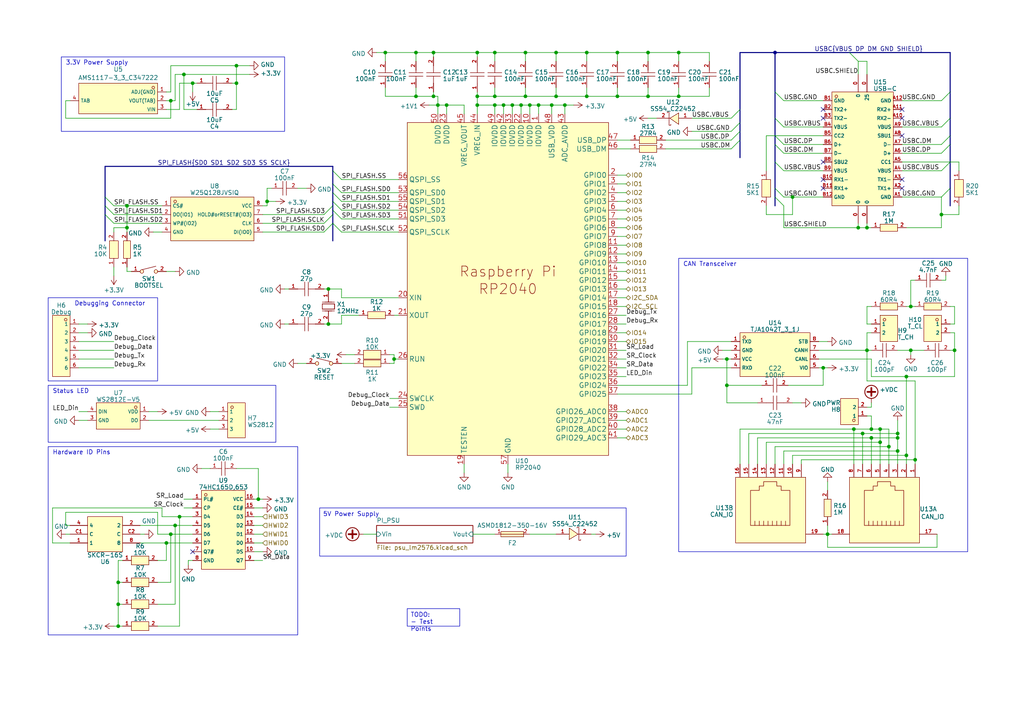
<source format=kicad_sch>
(kicad_sch (version 20230121) (generator eeschema)
  (paper "A4")
  (title_block (title "Pi RP2040 MCU") (date "2024-01-21") (rev "0") (company "DrinkRobotics") (comment 1 "https://git.xythobuz.de/thomas/Dispensy") (comment 2 "Licensed under the CERN-OHL-S-2.0+") (comment 3 "PCB Thickness: 1mm") (comment 4 "Copyright (c) 2023 - 2024 Thomas Buck <thomas@xythobuz.de>"))
  (junction (at 129.54 30.48))
  (junction (at 125.73 15.24))
  (junction (at 152.4 27.94))
  (junction (at 179.07 15.24))
  (junction (at 52.07 149.86))
  (junction (at 170.18 15.24))
  (junction (at 68.58 24.13))
  (junction (at 53.34 21.59))
  (junction (at 276.86 101.6))
  (junction (at 179.07 27.94))
  (junction (at 114.3 104.14))
  (junction (at 77.47 58.42))
  (junction (at 260.35 130.81))
  (junction (at 55.88 24.13))
  (junction (at 255.27 124.46))
  (junction (at 125.73 27.94))
  (junction (at 248.92 66.04))
  (junction (at 146.05 30.48))
  (junction (at 262.89 132.08))
  (junction (at 138.43 30.48))
  (junction (at 250.19 125.73))
  (junction (at 151.13 30.48))
  (junction (at 252.73 127))
  (junction (at 187.96 27.94))
  (junction (at 163.83 30.48))
  (junction (at 251.46 101.6))
  (junction (at 160.02 30.48))
  (junction (at 247.65 124.46))
  (junction (at 252.73 124.46))
  (junction (at 34.29 181.61))
  (junction (at 74.93 144.78))
  (junction (at 251.46 66.04))
  (junction (at 187.96 15.24))
  (junction (at 161.29 15.24))
  (junction (at 143.51 30.48))
  (junction (at 170.18 27.94))
  (junction (at 264.16 88.9))
  (junction (at 143.51 27.94))
  (junction (at 156.21 30.48))
  (junction (at 273.05 62.23))
  (junction (at 68.58 19.05))
  (junction (at 36.83 59.69))
  (junction (at 238.76 106.68))
  (junction (at 48.26 157.48))
  (junction (at 49.53 29.21))
  (junction (at 196.85 15.24))
  (junction (at 265.43 133.35))
  (junction (at 264.16 101.6))
  (junction (at 262.89 109.22))
  (junction (at 196.85 27.94))
  (junction (at 161.29 27.94))
  (junction (at 95.25 83.82))
  (junction (at 95.25 93.98))
  (junction (at 138.43 27.94))
  (junction (at 50.8 152.4))
  (junction (at 111.76 15.24))
  (junction (at 152.4 15.24))
  (junction (at 34.29 168.91))
  (junction (at 36.83 66.04))
  (junction (at 210.82 111.76))
  (junction (at 224.79 15.24))
  (junction (at 260.35 125.73))
  (junction (at 240.03 154.94))
  (junction (at 255.27 128.27))
  (junction (at 49.53 154.94))
  (junction (at 257.81 129.54))
  (junction (at 143.51 15.24))
  (junction (at 153.67 30.48))
  (junction (at 127 30.48))
  (junction (at 210.82 104.14))
  (junction (at 120.65 15.24))
  (junction (at 229.87 57.15))
  (junction (at 138.43 15.24))
  (junction (at 260.35 127))
  (junction (at 148.59 30.48))
  (junction (at 34.29 175.26))
  (junction (at 120.65 27.94))
  (no_connect (at 238.76 46.99))
  (no_connect (at 238.76 54.61))
  (no_connect (at 238.76 31.75))
  (no_connect (at 55.88 160.02))
  (no_connect (at 261.62 52.07))
  (no_connect (at 238.76 34.29))
  (no_connect (at 261.62 31.75))
  (no_connect (at 261.62 34.29))
  (no_connect (at 261.62 54.61))
  (no_connect (at 238.76 52.07))
  (no_connect (at 261.62 39.37))
  (bus_entry (at 275.59 54.61) (size -2.54 2.54))
  (bus_entry (at 30.48 62.23) (size 2.54 2.54))
  (bus_entry (at 275.59 26.67) (size -2.54 2.54))
  (bus_entry (at 214.63 40.64) (size -2.54 2.54))
  (bus_entry (at 224.79 41.91) (size 2.54 2.54))
  (bus_entry (at 214.63 35.56) (size -2.54 2.54))
  (bus_entry (at 96.52 55.88) (size 2.54 2.54))
  (bus_entry (at 30.48 59.69) (size 2.54 2.54))
  (bus_entry (at 224.79 54.61) (size 2.54 2.54))
  (bus_entry (at 96.52 64.77) (size 2.54 2.54))
  (bus_entry (at 224.79 26.67) (size 2.54 2.54))
  (bus_entry (at 96.52 58.42) (size 2.54 2.54))
  (bus_entry (at 96.52 64.77) (size -2.54 2.54))
  (bus_entry (at 275.59 46.99) (size -2.54 2.54))
  (bus_entry (at 224.79 34.29) (size 2.54 2.54))
  (bus_entry (at 275.59 39.37) (size -2.54 2.54))
  (bus_entry (at 96.52 59.69) (size -2.54 2.54))
  (bus_entry (at 224.79 39.37) (size 2.54 2.54))
  (bus_entry (at 275.59 34.29) (size -2.54 2.54))
  (bus_entry (at 96.52 60.96) (size 2.54 2.54))
  (bus_entry (at 30.48 57.15) (size 2.54 2.54))
  (bus_entry (at 96.52 49.53) (size 2.54 2.54))
  (bus_entry (at 275.59 41.91) (size -2.54 2.54))
  (bus_entry (at 214.63 31.75) (size -2.54 2.54))
  (bus_entry (at 96.52 53.34) (size 2.54 2.54))
  (bus_entry (at 224.79 57.15) (size 2.54 2.54))
  (bus_entry (at 96.52 62.23) (size -2.54 2.54))
  (bus_entry (at 246.38 15.24) (size 2.54 2.54))
  (bus_entry (at 214.63 38.1) (size -2.54 2.54))
  (bus_entry (at 224.79 46.99) (size 2.54 2.54))
  (bus (pts (xy 96.52 64.77) (xy 96.52 69.85)))
  (wire (pts (xy 22.86 99.06) (xy 33.02 99.06)))
  (wire (pts (xy 52.07 24.13) (xy 55.88 24.13)))
  (wire (pts (xy 229.87 134.62) (xy 229.87 132.08)))
  (wire (pts (xy 99.06 67.31) (xy 115.57 67.31)))
  (wire (pts (xy 52.07 31.75) (xy 52.07 24.13)))
  (wire (pts (xy 262.89 109.22) (xy 276.86 109.22)))
  (wire (pts (xy 114.3 91.44) (xy 115.57 91.44)))
  (wire (pts (xy 196.85 15.24) (xy 196.85 17.78)))
  (wire (pts (xy 227.33 130.81) (xy 260.35 130.81)))
  (wire (pts (xy 143.51 30.48) (xy 143.51 33.02)))
  (wire (pts (xy 25.4 121.92) (xy 22.86 121.92)))
  (wire (pts (xy 163.83 30.48) (xy 166.37 30.48)))
  (wire (pts (xy 22.86 104.14) (xy 33.02 104.14)))
  (wire (pts (xy 143.51 30.48) (xy 146.05 30.48)))
  (wire (pts (xy 278.13 62.23) (xy 273.05 62.23)))
  (wire (pts (xy 36.83 78.74) (xy 38.1 78.74)))
  (wire (pts (xy 45.72 148.59) (xy 45.72 154.94)))
  (wire (pts (xy 125.73 15.24) (xy 120.65 15.24)))
  (bus (pts (xy 214.63 15.24) (xy 214.63 31.75)))
  (wire (pts (xy 217.17 125.73) (xy 250.19 125.73)))
  (wire (pts (xy 252.73 109.22) (xy 262.89 109.22)))
  (wire (pts (xy 264.16 101.6) (xy 267.97 101.6)))
  (wire (pts (xy 137.16 154.94) (xy 143.51 154.94)))
  (wire (pts (xy 55.88 24.13) (xy 57.15 24.13)))
  (wire (pts (xy 146.05 33.02) (xy 146.05 30.48)))
  (wire (pts (xy 227.33 36.83) (xy 238.76 36.83)))
  (wire (pts (xy 205.74 15.24) (xy 205.74 17.78)))
  (bus (pts (xy 275.59 15.24) (xy 275.59 26.67)))
  (wire (pts (xy 48.26 78.74) (xy 50.8 78.74)))
  (wire (pts (xy 179.07 53.34) (xy 181.61 53.34)))
  (wire (pts (xy 278.13 59.69) (xy 278.13 62.23)))
  (wire (pts (xy 220.98 111.76) (xy 210.82 111.76)))
  (wire (pts (xy 19.05 152.4) (xy 19.05 148.59)))
  (wire (pts (xy 15.24 157.48) (xy 15.24 147.32)))
  (wire (pts (xy 95.25 83.82) (xy 99.06 83.82)))
  (wire (pts (xy 143.51 27.94) (xy 152.4 27.94)))
  (wire (pts (xy 179.07 93.98) (xy 181.61 93.98)))
  (wire (pts (xy 161.29 15.24) (xy 161.29 17.78)))
  (wire (pts (xy 40.64 152.4) (xy 50.8 152.4)))
  (wire (pts (xy 43.18 121.92) (xy 63.5 121.92)))
  (wire (pts (xy 200.66 114.3) (xy 200.66 106.68)))
  (wire (pts (xy 227.33 29.21) (xy 238.76 29.21)))
  (bus (pts (xy 224.79 15.24) (xy 214.63 15.24)))
  (wire (pts (xy 151.13 30.48) (xy 153.67 30.48)))
  (wire (pts (xy 99.06 63.5) (xy 115.57 63.5)))
  (wire (pts (xy 248.92 64.77) (xy 248.92 66.04)))
  (wire (pts (xy 22.86 96.52) (xy 25.4 96.52)))
  (wire (pts (xy 127 33.02) (xy 127 30.48)))
  (bus (pts (xy 96.52 59.69) (xy 96.52 60.96)))
  (wire (pts (xy 222.25 134.62) (xy 222.25 128.27)))
  (wire (pts (xy 227.33 59.69) (xy 227.33 66.04)))
  (bus (pts (xy 96.52 53.34) (xy 96.52 55.88)))
  (wire (pts (xy 196.85 27.94) (xy 205.74 27.94)))
  (wire (pts (xy 179.07 101.6) (xy 181.61 101.6)))
  (wire (pts (xy 179.07 27.94) (xy 187.96 27.94)))
  (wire (pts (xy 179.07 86.36) (xy 181.61 86.36)))
  (bus (pts (xy 96.52 48.26) (xy 30.48 48.26)))
  (wire (pts (xy 127 27.94) (xy 127 30.48)))
  (wire (pts (xy 210.82 111.76) (xy 210.82 104.14)))
  (wire (pts (xy 265.43 133.35) (xy 265.43 134.62)))
  (wire (pts (xy 105.41 154.94) (xy 109.22 154.94)))
  (wire (pts (xy 57.15 31.75) (xy 53.34 31.75)))
  (bus (pts (xy 96.52 49.53) (xy 96.52 53.34)))
  (wire (pts (xy 78.74 54.61) (xy 77.47 54.61)))
  (wire (pts (xy 260.35 125.73) (xy 260.35 127)))
  (wire (pts (xy 222.25 49.53) (xy 222.25 39.37)))
  (wire (pts (xy 179.07 68.58) (xy 181.61 68.58)))
  (wire (pts (xy 179.07 124.46) (xy 181.61 124.46)))
  (bus (pts (xy 275.59 46.99) (xy 275.59 54.61)))
  (wire (pts (xy 179.07 15.24) (xy 179.07 17.78)))
  (wire (pts (xy 252.73 96.52) (xy 251.46 96.52)))
  (wire (pts (xy 187.96 27.94) (xy 196.85 27.94)))
  (wire (pts (xy 219.71 134.62) (xy 219.71 127)))
  (bus (pts (xy 224.79 15.24) (xy 246.38 15.24)))
  (wire (pts (xy 179.07 63.5) (xy 181.61 63.5)))
  (wire (pts (xy 152.4 25.4) (xy 152.4 27.94)))
  (wire (pts (xy 257.81 129.54) (xy 257.81 124.46)))
  (wire (pts (xy 134.62 30.48) (xy 129.54 30.48)))
  (wire (pts (xy 34.29 175.26) (xy 34.29 181.61)))
  (wire (pts (xy 222.25 128.27) (xy 255.27 128.27)))
  (wire (pts (xy 73.66 157.48) (xy 76.2 157.48)))
  (wire (pts (xy 199.39 99.06) (xy 212.09 99.06)))
  (wire (pts (xy 227.33 49.53) (xy 238.76 49.53)))
  (wire (pts (xy 73.66 147.32) (xy 76.2 147.32)))
  (wire (pts (xy 179.07 127) (xy 181.61 127)))
  (wire (pts (xy 50.8 152.4) (xy 55.88 152.4)))
  (wire (pts (xy 19.05 154.94) (xy 20.32 154.94)))
  (wire (pts (xy 261.62 29.21) (xy 273.05 29.21)))
  (wire (pts (xy 229.87 116.84) (xy 232.41 116.84)))
  (wire (pts (xy 34.29 162.56) (xy 34.29 168.91)))
  (wire (pts (xy 179.07 25.4) (xy 179.07 27.94)))
  (wire (pts (xy 111.76 27.94) (xy 120.65 27.94)))
  (wire (pts (xy 227.33 57.15) (xy 229.87 57.15)))
  (wire (pts (xy 20.32 29.21) (xy 19.05 29.21)))
  (bus (pts (xy 30.48 62.23) (xy 30.48 69.85)))
  (wire (pts (xy 148.59 30.48) (xy 151.13 30.48)))
  (bus (pts (xy 224.79 54.61) (xy 224.79 46.99)))
  (wire (pts (xy 224.79 39.37) (xy 238.76 39.37)))
  (wire (pts (xy 222.25 59.69) (xy 222.25 62.23)))
  (wire (pts (xy 99.06 60.96) (xy 115.57 60.96)))
  (wire (pts (xy 48.26 157.48) (xy 55.88 157.48)))
  (wire (pts (xy 53.34 144.78) (xy 55.88 144.78)))
  (bus (pts (xy 275.59 54.61) (xy 275.59 59.69)))
  (wire (pts (xy 210.82 116.84) (xy 210.82 111.76)))
  (wire (pts (xy 152.4 27.94) (xy 161.29 27.94)))
  (wire (pts (xy 261.62 36.83) (xy 273.05 36.83)))
  (wire (pts (xy 271.78 154.94) (xy 271.78 158.75)))
  (wire (pts (xy 247.65 124.46) (xy 247.65 134.62)))
  (wire (pts (xy 33.02 64.77) (xy 46.99 64.77)))
  (wire (pts (xy 36.83 59.69) (xy 46.99 59.69)))
  (wire (pts (xy 35.56 181.61) (xy 34.29 181.61)))
  (wire (pts (xy 33.02 62.23) (xy 46.99 62.23)))
  (wire (pts (xy 68.58 135.89) (xy 74.93 135.89)))
  (wire (pts (xy 260.35 121.92) (xy 260.35 125.73)))
  (wire (pts (xy 238.76 154.94) (xy 240.03 154.94)))
  (wire (pts (xy 68.58 19.05) (xy 72.39 19.05)))
  (wire (pts (xy 240.03 154.94) (xy 241.3 154.94)))
  (wire (pts (xy 261.62 44.45) (xy 273.05 44.45)))
  (wire (pts (xy 77.47 58.42) (xy 77.47 59.69)))
  (wire (pts (xy 252.73 104.14) (xy 252.73 109.22)))
  (wire (pts (xy 273.05 66.04) (xy 273.05 62.23)))
  (wire (pts (xy 113.03 102.87) (xy 114.3 102.87)))
  (wire (pts (xy 187.96 15.24) (xy 187.96 17.78)))
  (wire (pts (xy 36.83 59.69) (xy 36.83 66.04)))
  (bus (pts (xy 275.59 26.67) (xy 275.59 34.29)))
  (wire (pts (xy 251.46 101.6) (xy 251.46 110.49)))
  (wire (pts (xy 153.67 30.48) (xy 153.67 33.02)))
  (wire (pts (xy 193.04 40.64) (xy 212.09 40.64)))
  (wire (pts (xy 209.55 104.14) (xy 210.82 104.14)))
  (wire (pts (xy 113.03 118.11) (xy 115.57 118.11)))
  (wire (pts (xy 271.78 158.75) (xy 240.03 158.75)))
  (bus (pts (xy 214.63 40.64) (xy 214.63 45.72)))
  (wire (pts (xy 196.85 25.4) (xy 196.85 27.94)))
  (wire (pts (xy 200.66 106.68) (xy 212.09 106.68)))
  (wire (pts (xy 170.18 25.4) (xy 170.18 27.94)))
  (bus (pts (xy 30.48 59.69) (xy 30.48 62.23)))
  (bus (pts (xy 275.59 34.29) (xy 275.59 39.37)))
  (bus (pts (xy 224.79 46.99) (xy 224.79 41.91)))
  (wire (pts (xy 276.86 96.52) (xy 276.86 101.6)))
  (wire (pts (xy 170.18 27.94) (xy 179.07 27.94)))
  (wire (pts (xy 275.59 101.6) (xy 276.86 101.6)))
  (wire (pts (xy 36.83 77.47) (xy 36.83 78.74)))
  (wire (pts (xy 48.26 31.75) (xy 52.07 31.75)))
  (wire (pts (xy 222.25 62.23) (xy 229.87 62.23)))
  (wire (pts (xy 33.02 77.47) (xy 33.02 80.01)))
  (wire (pts (xy 46.99 149.86) (xy 52.07 149.86)))
  (wire (pts (xy 34.29 168.91) (xy 35.56 168.91)))
  (wire (pts (xy 77.47 54.61) (xy 77.47 58.42)))
  (wire (pts (xy 148.59 30.48) (xy 148.59 33.02)))
  (wire (pts (xy 134.62 134.62) (xy 134.62 137.16)))
  (wire (pts (xy 45.72 181.61) (xy 52.07 181.61)))
  (wire (pts (xy 152.4 15.24) (xy 152.4 17.78)))
  (wire (pts (xy 113.03 105.41) (xy 114.3 105.41)))
  (wire (pts (xy 273.05 62.23) (xy 273.05 57.15)))
  (wire (pts (xy 48.26 162.56) (xy 48.26 157.48)))
  (wire (pts (xy 238.76 111.76) (xy 238.76 106.68)))
  (wire (pts (xy 45.72 119.38) (xy 43.18 119.38)))
  (wire (pts (xy 22.86 93.98) (xy 25.4 93.98)))
  (wire (pts (xy 114.3 104.14) (xy 115.57 104.14)))
  (wire (pts (xy 68.58 24.13) (xy 68.58 19.05)))
  (wire (pts (xy 251.46 66.04) (xy 252.73 66.04)))
  (wire (pts (xy 179.07 60.96) (xy 181.61 60.96)))
  (wire (pts (xy 161.29 27.94) (xy 170.18 27.94)))
  (wire (pts (xy 127 30.48) (xy 129.54 30.48)))
  (wire (pts (xy 22.86 101.6) (xy 33.02 101.6)))
  (wire (pts (xy 99.06 58.42) (xy 115.57 58.42)))
  (wire (pts (xy 252.73 127) (xy 260.35 127)))
  (wire (pts (xy 48.26 26.67) (xy 49.53 26.67)))
  (wire (pts (xy 170.18 15.24) (xy 170.18 17.78)))
  (wire (pts (xy 88.9 105.41) (xy 86.36 105.41)))
  (wire (pts (xy 170.18 15.24) (xy 179.07 15.24)))
  (wire (pts (xy 111.76 17.78) (xy 111.76 15.24)))
  (wire (pts (xy 251.46 21.59) (xy 251.46 17.78)))
  (wire (pts (xy 179.07 71.12) (xy 181.61 71.12)))
  (wire (pts (xy 237.49 99.06) (xy 240.03 99.06)))
  (wire (pts (xy 250.19 125.73) (xy 250.19 134.62)))
  (wire (pts (xy 77.47 58.42) (xy 80.01 58.42)))
  (wire (pts (xy 260.35 130.81) (xy 260.35 134.62)))
  (wire (pts (xy 275.59 96.52) (xy 276.86 96.52)))
  (wire (pts (xy 60.96 124.46) (xy 63.5 124.46)))
  (wire (pts (xy 257.81 129.54) (xy 257.81 134.62)))
  (wire (pts (xy 238.76 106.68) (xy 240.03 106.68)))
  (wire (pts (xy 224.79 134.62) (xy 224.79 129.54)))
  (wire (pts (xy 76.2 67.31) (xy 93.98 67.31)))
  (wire (pts (xy 179.07 73.66) (xy 181.61 73.66)))
  (wire (pts (xy 193.04 43.18) (xy 212.09 43.18)))
  (wire (pts (xy 49.53 29.21) (xy 50.8 29.21)))
  (wire (pts (xy 138.43 30.48) (xy 143.51 30.48)))
  (wire (pts (xy 125.73 15.24) (xy 138.43 15.24)))
  (wire (pts (xy 187.96 25.4) (xy 187.96 27.94)))
  (wire (pts (xy 214.63 134.62) (xy 214.63 124.46)))
  (bus (pts (xy 96.52 48.26) (xy 96.52 49.53)))
  (wire (pts (xy 251.46 120.65) (xy 252.73 120.65)))
  (wire (pts (xy 156.21 30.48) (xy 160.02 30.48)))
  (wire (pts (xy 138.43 33.02) (xy 138.43 30.48)))
  (wire (pts (xy 260.35 101.6) (xy 264.16 101.6)))
  (wire (pts (xy 40.64 157.48) (xy 48.26 157.48)))
  (wire (pts (xy 179.07 43.18) (xy 182.88 43.18)))
  (wire (pts (xy 74.93 135.89) (xy 74.93 144.78)))
  (bus (pts (xy 224.79 41.91) (xy 224.79 39.37)))
  (wire (pts (xy 35.56 162.56) (xy 34.29 162.56)))
  (wire (pts (xy 251.46 101.6) (xy 252.73 101.6)))
  (wire (pts (xy 76.2 64.77) (xy 93.98 64.77)))
  (wire (pts (xy 260.35 127) (xy 260.35 130.81)))
  (wire (pts (xy 237.49 104.14) (xy 252.73 104.14)))
  (wire (pts (xy 187.96 34.29) (xy 190.5 34.29)))
  (wire (pts (xy 251.46 88.9) (xy 251.46 93.98)))
  (wire (pts (xy 161.29 25.4) (xy 161.29 27.94)))
  (wire (pts (xy 73.66 144.78) (xy 74.93 144.78)))
  (wire (pts (xy 179.07 15.24) (xy 187.96 15.24)))
  (wire (pts (xy 251.46 96.52) (xy 251.46 101.6)))
  (wire (pts (xy 45.72 154.94) (xy 49.53 154.94)))
  (wire (pts (xy 49.53 34.29) (xy 49.53 29.21)))
  (bus (pts (xy 96.52 60.96) (xy 96.52 62.23)))
  (wire (pts (xy 219.71 116.84) (xy 210.82 116.84)))
  (wire (pts (xy 179.07 76.2) (xy 181.61 76.2)))
  (wire (pts (xy 99.06 91.44) (xy 104.14 91.44)))
  (wire (pts (xy 219.71 127) (xy 252.73 127)))
  (wire (pts (xy 19.05 34.29) (xy 49.53 34.29)))
  (bus (pts (xy 224.79 57.15) (xy 224.79 54.61)))
  (wire (pts (xy 196.85 15.24) (xy 205.74 15.24)))
  (wire (pts (xy 199.39 111.76) (xy 199.39 99.06)))
  (bus (pts (xy 214.63 31.75) (xy 214.63 35.56)))
  (wire (pts (xy 200.66 38.1) (xy 212.09 38.1)))
  (wire (pts (xy 255.27 128.27) (xy 255.27 134.62)))
  (wire (pts (xy 124.46 30.48) (xy 127 30.48)))
  (wire (pts (xy 52.07 181.61) (xy 52.07 149.86)))
  (wire (pts (xy 93.98 93.98) (xy 95.25 93.98)))
  (wire (pts (xy 138.43 26.67) (xy 138.43 27.94)))
  (wire (pts (xy 261.62 49.53) (xy 273.05 49.53)))
  (wire (pts (xy 163.83 33.02) (xy 163.83 30.48)))
  (wire (pts (xy 138.43 15.24) (xy 143.51 15.24)))
  (wire (pts (xy 52.07 149.86) (xy 55.88 149.86)))
  (wire (pts (xy 99.06 55.88) (xy 115.57 55.88)))
  (wire (pts (xy 179.07 40.64) (xy 182.88 40.64)))
  (wire (pts (xy 153.67 154.94) (xy 161.29 154.94)))
  (wire (pts (xy 151.13 30.48) (xy 151.13 33.02)))
  (wire (pts (xy 76.2 62.23) (xy 93.98 62.23)))
  (wire (pts (xy 276.86 93.98) (xy 275.59 93.98)))
  (wire (pts (xy 68.58 31.75) (xy 68.58 24.13)))
  (wire (pts (xy 99.06 93.98) (xy 99.06 91.44)))
  (wire (pts (xy 209.55 101.6) (xy 212.09 101.6)))
  (wire (pts (xy 247.65 124.46) (xy 252.73 124.46)))
  (wire (pts (xy 33.02 181.61) (xy 34.29 181.61)))
  (wire (pts (xy 210.82 104.14) (xy 212.09 104.14)))
  (wire (pts (xy 237.49 106.68) (xy 238.76 106.68)))
  (wire (pts (xy 252.73 118.11) (xy 252.73 116.84)))
  (wire (pts (xy 49.53 168.91) (xy 49.53 154.94)))
  (wire (pts (xy 99.06 83.82) (xy 99.06 86.36)))
  (wire (pts (xy 274.32 81.28) (xy 274.32 80.01)))
  (wire (pts (xy 264.16 81.28) (xy 264.16 88.9)))
  (wire (pts (xy 54.61 162.56) (xy 54.61 163.83)))
  (wire (pts (xy 265.43 110.49) (xy 265.43 133.35)))
  (wire (pts (xy 120.65 25.4) (xy 120.65 27.94)))
  (wire (pts (xy 93.98 83.82) (xy 95.25 83.82)))
  (wire (pts (xy 73.66 149.86) (xy 76.2 149.86)))
  (wire (pts (xy 179.07 121.92) (xy 181.61 121.92)))
  (wire (pts (xy 60.96 119.38) (xy 63.5 119.38)))
  (wire (pts (xy 227.33 44.45) (xy 238.76 44.45)))
  (wire (pts (xy 179.07 50.8) (xy 181.61 50.8)))
  (wire (pts (xy 248.92 66.04) (xy 251.46 66.04)))
  (wire (pts (xy 179.07 91.44) (xy 181.61 91.44)))
  (wire (pts (xy 55.88 26.67) (xy 55.88 24.13)))
  (wire (pts (xy 275.59 88.9) (xy 276.86 88.9)))
  (wire (pts (xy 22.86 119.38) (xy 25.4 119.38)))
  (wire (pts (xy 161.29 15.24) (xy 170.18 15.24)))
  (wire (pts (xy 40.64 154.94) (xy 41.91 154.94)))
  (wire (pts (xy 46.99 147.32) (xy 46.99 149.86)))
  (wire (pts (xy 179.07 83.82) (xy 181.61 83.82)))
  (wire (pts (xy 45.72 175.26) (xy 50.8 175.26)))
  (wire (pts (xy 138.43 27.94) (xy 143.51 27.94)))
  (wire (pts (xy 240.03 158.75) (xy 240.03 154.94)))
  (wire (pts (xy 251.46 110.49) (xy 265.43 110.49)))
  (wire (pts (xy 179.07 81.28) (xy 181.61 81.28)))
  (wire (pts (xy 95.25 93.98) (xy 99.06 93.98)))
  (wire (pts (xy 237.49 101.6) (xy 251.46 101.6)))
  (wire (pts (xy 147.32 134.62) (xy 147.32 137.16)))
  (wire (pts (xy 109.22 15.24) (xy 111.76 15.24)))
  (wire (pts (xy 222.25 39.37) (xy 224.79 39.37)))
  (bus (pts (xy 246.38 15.24) (xy 275.59 15.24)))
  (wire (pts (xy 73.66 162.56) (xy 76.2 162.56)))
  (wire (pts (xy 251.46 93.98) (xy 252.73 93.98)))
  (wire (pts (xy 278.13 49.53) (xy 278.13 46.99)))
  (wire (pts (xy 44.45 67.31) (xy 46.99 67.31)))
  (wire (pts (xy 153.67 30.48) (xy 156.21 30.48)))
  (wire (pts (xy 53.34 147.32) (xy 55.88 147.32)))
  (wire (pts (xy 152.4 15.24) (xy 161.29 15.24)))
  (wire (pts (xy 179.07 96.52) (xy 181.61 96.52)))
  (wire (pts (xy 19.05 148.59) (xy 45.72 148.59)))
  (bus (pts (xy 214.63 35.56) (xy 214.63 38.1)))
  (bus (pts (xy 96.52 58.42) (xy 96.52 59.69)))
  (wire (pts (xy 232.41 133.35) (xy 265.43 133.35)))
  (wire (pts (xy 111.76 15.24) (xy 120.65 15.24)))
  (wire (pts (xy 55.88 162.56) (xy 54.61 162.56)))
  (wire (pts (xy 187.96 15.24) (xy 196.85 15.24)))
  (wire (pts (xy 229.87 62.23) (xy 229.87 57.15)))
  (wire (pts (xy 82.55 83.82) (xy 83.82 83.82)))
  (wire (pts (xy 125.73 16.51) (xy 125.73 15.24)))
  (wire (pts (xy 160.02 30.48) (xy 160.02 33.02)))
  (wire (pts (xy 50.8 21.59) (xy 50.8 29.21)))
  (wire (pts (xy 19.05 29.21) (xy 19.05 34.29)))
  (bus (pts (xy 30.48 48.26) (xy 30.48 57.15)))
  (wire (pts (xy 248.92 17.78) (xy 251.46 17.78)))
  (wire (pts (xy 143.51 15.24) (xy 143.51 17.78)))
  (wire (pts (xy 276.86 88.9) (xy 276.86 93.98)))
  (wire (pts (xy 252.73 127) (xy 252.73 134.62)))
  (wire (pts (xy 49.53 154.94) (xy 55.88 154.94)))
  (bus (pts (xy 224.79 59.69) (xy 224.79 57.15)))
  (wire (pts (xy 227.33 41.91) (xy 238.76 41.91)))
  (wire (pts (xy 179.07 66.04) (xy 181.61 66.04)))
  (wire (pts (xy 232.41 134.62) (xy 232.41 133.35)))
  (bus (pts (xy 275.59 41.91) (xy 275.59 46.99)))
  (wire (pts (xy 49.53 19.05) (xy 68.58 19.05)))
  (wire (pts (xy 114.3 105.41) (xy 114.3 104.14)))
  (wire (pts (xy 240.03 152.4) (xy 240.03 154.94)))
  (wire (pts (xy 15.24 147.32) (xy 46.99 147.32)))
  (wire (pts (xy 228.6 111.76) (xy 238.76 111.76)))
  (wire (pts (xy 67.31 24.13) (xy 68.58 24.13)))
  (wire (pts (xy 160.02 30.48) (xy 163.83 30.48)))
  (wire (pts (xy 125.73 27.94) (xy 125.73 26.67)))
  (wire (pts (xy 73.66 160.02) (xy 76.2 160.02)))
  (wire (pts (xy 113.03 115.57) (xy 115.57 115.57)))
  (wire (pts (xy 36.83 66.04) (xy 36.83 67.31)))
  (wire (pts (xy 262.89 109.22) (xy 262.89 132.08)))
  (wire (pts (xy 261.62 57.15) (xy 273.05 57.15)))
  (wire (pts (xy 33.02 67.31) (xy 33.02 66.04)))
  (wire (pts (xy 114.3 102.87) (xy 114.3 104.14)))
  (bus (pts (xy 275.59 39.37) (xy 275.59 41.91)))
  (wire (pts (xy 255.27 124.46) (xy 255.27 128.27)))
  (wire (pts (xy 265.43 81.28) (xy 264.16 81.28)))
  (bus (pts (xy 30.48 57.15) (xy 30.48 59.69)))
  (wire (pts (xy 261.62 41.91) (xy 273.05 41.91)))
  (wire (pts (xy 86.36 54.61) (xy 88.9 54.61)))
  (wire (pts (xy 67.31 31.75) (xy 68.58 31.75)))
  (wire (pts (xy 179.07 111.76) (xy 199.39 111.76)))
  (wire (pts (xy 261.62 46.99) (xy 275.59 46.99)))
  (bus (pts (xy 224.79 15.24) (xy 224.79 26.67)))
  (bus (pts (xy 96.52 55.88) (xy 96.52 58.42)))
  (wire (pts (xy 129.54 30.48) (xy 129.54 33.02)))
  (wire (pts (xy 252.73 124.46) (xy 255.27 124.46)))
  (wire (pts (xy 251.46 64.77) (xy 251.46 66.04)))
  (wire (pts (xy 156.21 30.48) (xy 156.21 33.02)))
  (wire (pts (xy 34.29 175.26) (xy 34.29 168.91)))
  (wire (pts (xy 262.89 88.9) (xy 264.16 88.9)))
  (wire (pts (xy 73.66 154.94) (xy 76.2 154.94)))
  (wire (pts (xy 134.62 33.02) (xy 134.62 30.48)))
  (wire (pts (xy 143.51 15.24) (xy 152.4 15.24)))
  (wire (pts (xy 74.93 144.78) (xy 76.2 144.78)))
  (wire (pts (xy 179.07 58.42) (xy 181.61 58.42)))
  (wire (pts (xy 76.2 59.69) (xy 77.47 59.69)))
  (wire (pts (xy 251.46 118.11) (xy 252.73 118.11)))
  (wire (pts (xy 240.03 139.7) (xy 240.03 142.24)))
  (wire (pts (xy 99.06 86.36) (xy 115.57 86.36)))
  (wire (pts (xy 227.33 134.62) (xy 227.33 130.81)))
  (wire (pts (xy 45.72 168.91) (xy 49.53 168.91)))
  (wire (pts (xy 179.07 106.68) (xy 181.61 106.68)))
  (wire (pts (xy 138.43 16.51) (xy 138.43 15.24)))
  (wire (pts (xy 120.65 27.94) (xy 125.73 27.94)))
  (wire (pts (xy 58.42 135.89) (xy 60.96 135.89)))
  (wire (pts (xy 179.07 114.3) (xy 200.66 114.3)))
  (wire (pts (xy 200.66 34.29) (xy 212.09 34.29)))
  (wire (pts (xy 255.27 124.46) (xy 257.81 124.46)))
  (wire (pts (xy 179.07 104.14) (xy 181.61 104.14)))
  (wire (pts (xy 120.65 15.24) (xy 120.65 17.78)))
  (wire (pts (xy 248.92 17.78) (xy 248.92 21.59)))
  (bus (pts (xy 224.79 39.37) (xy 224.79 34.29)))
  (wire (pts (xy 20.32 152.4) (xy 19.05 152.4)))
  (wire (pts (xy 50.8 175.26) (xy 50.8 152.4)))
  (wire (pts (xy 146.05 30.48) (xy 148.59 30.48)))
  (wire (pts (xy 49.53 29.21) (xy 48.26 29.21)))
  (bus (pts (xy 224.79 34.29) (xy 224.79 26.67)))
  (wire (pts (xy 229.87 132.08) (xy 262.89 132.08)))
  (wire (pts (xy 214.63 124.46) (xy 247.65 124.46)))
  (wire (pts (xy 73.66 152.4) (xy 76.2 152.4)))
  (wire (pts (xy 262.89 132.08) (xy 262.89 134.62)))
  (wire (pts (xy 179.07 55.88) (xy 181.61 55.88)))
  (wire (pts (xy 102.87 105.41) (xy 99.06 105.41)))
  (wire (pts (xy 125.73 27.94) (xy 127 27.94)))
  (wire (pts (xy 264.16 88.9) (xy 265.43 88.9)))
  (wire (pts (xy 171.45 154.94) (xy 172.72 154.94)))
  (wire (pts (xy 179.07 109.22) (xy 181.61 109.22)))
  (wire (pts (xy 20.32 157.48) (xy 15.24 157.48)))
  (wire (pts (xy 99.06 52.07) (xy 115.57 52.07)))
  (wire (pts (xy 250.19 125.73) (xy 260.35 125.73)))
  (wire (pts (xy 33.02 59.69) (xy 36.83 59.69)))
  (wire (pts (xy 229.87 57.15) (xy 238.76 57.15)))
  (wire (pts (xy 53.34 21.59) (xy 72.39 21.59)))
  (wire (pts (xy 35.56 175.26) (xy 34.29 175.26)))
  (bus (pts (xy 96.52 62.23) (xy 96.52 64.77)))
  (wire (pts (xy 224.79 129.54) (xy 257.81 129.54)))
  (wire (pts (xy 252.73 120.65) (xy 252.73 124.46)))
  (wire (pts (xy 273.05 81.28) (xy 274.32 81.28)))
  (bus (pts (xy 214.63 38.1) (xy 214.63 40.64)))
  (wire (pts (xy 275.59 46.99) (xy 278.13 46.99)))
  (wire (pts (xy 276.86 109.22) (xy 276.86 101.6)))
  (wire (pts (xy 100.33 102.87) (xy 102.87 102.87)))
  (wire (pts (xy 82.55 93.98) (xy 83.82 93.98)))
  (wire (pts (xy 22.86 106.68) (xy 33.02 106.68)))
  (wire (pts (xy 179.07 99.06) (xy 181.61 99.06)))
  (wire (pts (xy 205.74 27.94) (xy 205.74 25.4)))
  (wire (pts (xy 53.34 21.59) (xy 53.34 31.75)))
  (wire (pts (xy 262.89 66.04) (xy 273.05 66.04)))
  (wire (pts (xy 49.53 26.67) (xy 49.53 19.05)))
  (wire (pts (xy 50.8 21.59) (xy 53.34 21.59)))
  (wire (pts (xy 227.33 66.04) (xy 248.92 66.04)))
  (wire (pts (xy 111.76 25.4) (xy 111.76 27.94)))
  (wire (pts (xy 264.16 101.6) (xy 264.16 102.87)))
  (wire (pts (xy 179.07 78.74) (xy 181.61 78.74)))
  (wire (pts (xy 138.43 27.94) (xy 138.43 30.48)))
  (wire (pts (xy 143.51 25.4) (xy 143.51 27.94)))
  (wire (pts (xy 179.07 119.38) (xy 181.61 119.38)))
  (wire (pts (xy 179.07 88.9) (xy 181.61 88.9)))
  (wire (pts (xy 33.02 66.04) (xy 36.83 66.04)))
  (wire (pts (xy 252.73 88.9) (xy 251.46 88.9)))
  (wire (pts (xy 45.72 162.56) (xy 48.26 162.56)))
  (wire (pts (xy 217.17 134.62) (xy 217.17 125.73)))
  (rectangle (start 13.97 111.76) (end 80.01 128.27))
  (rectangle (start 13.97 129.54) (end 86.36 184.15))
  (rectangle (start 13.97 86.36) (end 45.72 110.49))
  (rectangle (start 196.85 74.93) (end 280.67 160.02))
  (rectangle (start 17.78 16.51) (end 82.55 38.1))
  (text_box "TODO:\n- Test Points" (at 118.11 176.53 0) (size 15.24 5.08) (effects (font (size 1.27 1.27)) (justify left top)))
  (text_box "5V Power Supply" (at 92.71 147.32 0) (size 88.9 13.97) (effects (font (size 1.27 1.27)) (justify left top)))
  (text "Hardware ID Pins" (at 15.24 132.08 0) (effects (font (size 1.27 1.27)) (justify left bottom)))
  (text "Debugging Connector" (at 21.59 88.9 0) (effects (font (size 1.27 1.27)) (justify left bottom)))
  (text "CAN Transceiver" (at 198.12 77.47 0) (effects (font (size 1.27 1.27)) (justify left bottom)))
  (text "Status LED" (at 15.24 114.3 0) (effects (font (size 1.27 1.27)) (justify left bottom)))
  (text "3.3V Power Supply" (at 19.05 19.05 0) (effects (font (size 1.27 1.27)) (justify left bottom)))
  (label "SPI_FLASH.SD3" (at 99.06 63.5 0))
  (label "SR_Clock" (at 53.34 147.32 180))
  (label "USBC.VBUS" (at 261.62 49.53 0))
  (label "SPI_FLASH.SD2" (at 33.02 64.77 0))
  (label "Debug_Tx" (at 181.61 91.44 0))
  (label "USBC.GND" (at 261.62 57.15 0))
  (label "SPI_FLASH.SS" (at 99.06 52.07 0))
  (label "USBC{VBUS DP DM GND SHIELD}" (at 236.22 15.24 0))
  (label "Debug_Tx" (at 33.02 104.14 0))
  (label "SPI_FLASH.SCLK" (at 99.06 67.31 0))
  (label "SPI_FLASH.SD0" (at 99.06 55.88 0))
  (label "USBC.DP" (at 227.33 41.91 0))
  (label "USBC.GND" (at 227.33 29.21 0))
  (label "Debug_Clock" (at 33.02 99.06 0))
  (label "SPI_FLASH{SD0 SD1 SD2 SD3 SS SCLK}" (at 45.72 48.26 0))
  (label "Debug_Data" (at 33.02 101.6 0))
  (label "SPI_FLASH.SD1" (at 33.02 62.23 0))
  (label "SPI_FLASH.SCLK" (at 78.74 64.77 0))
  (label "USBC.SHIELD" (at 227.33 66.04 0))
  (label "SPI_FLASH.SS" (at 33.02 59.69 0))
  (label "LED_Din" (at 22.86 119.38 180))
  (label "USBC.GND" (at 261.62 29.21 0))
  (label "SPI_FLASH.SD3" (at 80.01 62.23 0))
  (label "USBC.DP" (at 203.2 40.64 0))
  (label "USBC.DM" (at 203.2 43.18 0))
  (label "USBC.VBUS" (at 200.66 34.29 0))
  (label "USBC.VBUS" (at 227.33 36.83 0))
  (label "Debug_Rx" (at 33.02 106.68 0))
  (label "USBC.GND" (at 227.33 57.15 0))
  (label "SR_Load" (at 53.34 144.78 180))
  (label "USBC.GND" (at 201.93 38.1 0))
  (label "Debug_Data" (at 113.03 118.11 180))
  (label "USBC.VBUS" (at 261.62 36.83 0))
  (label "SR_Data" (at 76.2 162.56 0))
  (label "SR_Load" (at 181.61 101.6 0))
  (label "LED_Din" (at 181.61 109.22 0))
  (label "SPI_FLASH.SD2" (at 99.06 60.96 0))
  (label "USBC.DM" (at 261.62 41.91 0))
  (label "USBC.VBUS" (at 227.33 49.53 0))
  (label "Debug_Clock" (at 113.03 115.57 180))
  (label "USBC.DP" (at 261.62 44.45 0))
  (label "SPI_FLASH.SD0" (at 80.01 67.31 0))
  (label "USBC.DM" (at 227.33 44.45 0))
  (label "SR_Data" (at 181.61 106.68 0))
  (label "USBC.SHIELD" (at 248.92 21.59 180))
  (label "SR_Clock" (at 181.61 104.14 0))
  (label "SPI_FLASH.SD1" (at 99.06 58.42 0))
  (label "Debug_Rx" (at 181.61 93.98 0))
  (hierarchical_label "IO8" (shape bidirectional) (at 181.61 71.12 0))
  (hierarchical_label "ADC1" (shape bidirectional) (at 181.61 121.92 0))
  (hierarchical_label "IO4" (shape bidirectional) (at 181.61 60.96 0))
  (hierarchical_label "IO5" (shape bidirectional) (at 181.61 63.5 0))
  (hierarchical_label "ADC2" (shape bidirectional) (at 181.61 124.46 0))
  (hierarchical_label "IO3" (shape bidirectional) (at 181.61 58.42 0))
  (hierarchical_label "IO2" (shape bidirectional) (at 181.61 55.88 0))
  (hierarchical_label "IO0" (shape bidirectional) (at 181.61 50.8 0))
  (hierarchical_label "IO15" (shape bidirectional) (at 181.61 99.06 0))
  (hierarchical_label "ADC3" (shape bidirectional) (at 181.61 127 0))
  (hierarchical_label "HWID0" (shape input) (at 76.2 157.48 0))
  (hierarchical_label "ADC0" (shape bidirectional) (at 181.61 119.38 0))
  (hierarchical_label "IO12" (shape bidirectional) (at 181.61 81.28 0))
  (hierarchical_label "IO6" (shape bidirectional) (at 181.61 66.04 0))
  (hierarchical_label "IO7" (shape bidirectional) (at 181.61 68.58 0))
  (hierarchical_label "I2C_SDA" (shape bidirectional) (at 181.61 86.36 0))
  (hierarchical_label "IO13" (shape bidirectional) (at 181.61 83.82 0))
  (hierarchical_label "IO10" (shape bidirectional) (at 181.61 76.2 0))
  (hierarchical_label "IO14" (shape bidirectional) (at 181.61 96.52 0))
  (hierarchical_label "IO1" (shape bidirectional) (at 181.61 53.34 0))
  (hierarchical_label "IO11" (shape bidirectional) (at 181.61 78.74 0))
  (hierarchical_label "HWID2" (shape input) (at 76.2 152.4 0))
  (hierarchical_label "I2C_SCL" (shape bidirectional) (at 181.61 88.9 0))
  (hierarchical_label "IO9" (shape bidirectional) (at 181.61 73.66 0))
  (hierarchical_label "HWID3" (shape input) (at 76.2 149.86 0))
  (hierarchical_label "HWID1" (shape input) (at 76.2 154.94 0))
  (symbol (lib_id "power:GND") (at 264.16 102.87 0) (unit 1)
    (property "Reference" "#PWR067" (effects hide))
    (property "Value" "GND" (at 264.16 107.0055 0))
  )
  (symbol (lib_id "power:GND") (at 54.61 163.83 0) (unit 1)
    (property "Reference" "#PWR035" (effects hide))
    (property "Value" "GND" (at 54.61 167.9655 0))
  )
  (symbol (lib_id "jlc:C0402C0G270G500NTB") (at 88.9 83.82 0) (unit 1)
    (property "Reference" "C8" (at 88.9 78.9051 0))
    (property "Value" "27p" (at 88.9 80.8261 0))
    (property "Footprint" "jlc_footprints:C0402" (effects hide))
    (property "Datasheet" "https://item.szlcsc.com/15869.html" (effects hide))
    (property "LCSC" "C140675" (effects hide))
    (property "Capacitance" "27pF" (effects hide))
  )
  (symbol (lib_id "power:GND") (at 72.39 19.05 90) (mirror x) (unit 1)
    (property "Reference" "#PWR037" (effects hide))
    (property "Value" "GND" (at 75.565 18.7332 90) (effects (justify right)))
  )
  (symbol (lib_id "power:+3.3V") (at 100.33 102.87 90) (unit 1)
    (property "Reference" "#PWR049" (effects hide))
    (property "Value" "+3.3V" (at 95.885 103.1868 90) (effects (justify left)))
  )
  (symbol (lib_id "jlc:GCM155R71H473KE02J") (at 224.79 116.84 0) (unit 1)
    (property "Reference" "C23" (at 224.79 120.4675 0))
    (property "Value" "47nF" (at 224.79 122.3885 0))
    (property "Footprint" "jlc_footprints:C0402" (effects hide))
    (property "Datasheet" "https://item.szlcsc.com/15869.html" (effects hide))
    (property "LCSC" "C697422" (effects hide))
    (property "Capacitance" "47nF" (effects hide))
  )
  (symbol (lib_id "power:+5V") (at 209.55 104.14 90) (unit 1)
    (property "Reference" "#PWR060" (effects hide))
    (property "Value" "+5V" (at 206.3751 104.4568 90) (effects (justify left)))
  )
  (symbol (lib_id "jlc:WR04X27R4FTL") (at 187.96 40.64 0) (unit 1)
    (property "Reference" "R13" (at 187.96 36.7411 0))
    (property "Value" "27R4" (at 187.96 38.6621 0))
    (property "Footprint" "jlc_footprints:R0402" (effects hide))
    (property "Datasheet" "https://item.szlcsc.com/323315.html" (effects hide))
    (property "LCSC" "C172043" (effects hide))
    (property "Resistance" "27.4Ω" (effects hide))
  )
  (symbol (lib_id "jlc:CC0402KRX7R8BB104") (at 143.51 21.59 90) (unit 1)
    (property "Reference" "C14" (at 146.177 20.9463 90) (effects (justify right)))
    (property "Value" "100nF" (at 146.177 22.8673 90) (effects (justify right)))
    (property "Footprint" "jlc_footprints:C0402" (effects hide))
    (property "Datasheet" "https://item.szlcsc.com/15869.html" (effects hide))
    (property "LCSC" "C105883" (effects hide))
    (property "Capacitance" "100nF" (effects hide))
  )
  (symbol (lib_id "jlc:CR-02FL6---10K") (at 40.64 162.56 0) (unit 1)
    (property "Reference" "R6" (at 40.64 158.4071 0))
    (property "Value" "10K" (at 40.64 160.3281 0))
    (property "Footprint" "jlc_footprints:R0402" (effects hide))
    (property "Datasheet" "https://item.szlcsc.com/323315.html" (effects hide))
    (property "LCSC" "C406733" (effects hide))
    (property "Resistance" "10kΩ" (effects hide))
  )
  (symbol (lib_id "power:GND") (at 76.2 160.02 90) (unit 1)
    (property "Reference" "#PWR043" (effects hide))
    (property "Value" "GND" (at 79.375 160.3368 90) (effects (justify right)))
  )
  (symbol (lib_id "jlc:CR-02FL6---10K") (at 40.64 175.26 0) (unit 1)
    (property "Reference" "R8" (at 40.64 171.1071 0))
    (property "Value" "10K" (at 40.64 173.0281 0))
    (property "Footprint" "jlc_footprints:R0402" (effects hide))
    (property "Datasheet" "https://item.szlcsc.com/323315.html" (effects hide))
    (property "LCSC" "C406733" (effects hide))
    (property "Resistance" "10kΩ" (effects hide))
  )
  (symbol (lib_id "jlc:CC0402KRX7R8BB104") (at 196.85 21.59 90) (unit 1)
    (property "Reference" "C20" (at 199.517 20.9463 90) (effects (justify right)))
    (property "Value" "100nF" (at 199.517 22.8673 90) (effects (justify right)))
    (property "Footprint" "jlc_footprints:C0402" (effects hide))
    (property "Datasheet" "https://item.szlcsc.com/15869.html" (effects hide))
    (property "LCSC" "C105883" (effects hide))
    (property "Capacitance" "100nF" (effects hide))
  )
  (symbol (lib_id "jlc:SS54_C22452") (at 195.58 34.29 0) (unit 1)
    (property "Reference" "U12" (at 195.199 29.6291 0))
    (property "Value" "SS54_C22452" (at 195.199 31.5501 0))
    (property "Footprint" "jlc_footprints:SMA_L4.4-W2.8-LS5.4-R-RD" (effects hide))
    (property "Datasheet" "https://item.szlcsc.com/310096.html" (effects hide))
    (property "LCSC" "C22452" (effects hide))
  )
  (symbol (lib_id "jlc:W25Q128JVSIQ") (at 60.96 63.5 0) (unit 1)
    (property "Reference" "U8" (at 62.23 53.959 0))
    (property "Value" "W25Q128JVSIQ" (at 62.23 55.88 0))
    (property "Footprint" "jlc_footprints:SOIC-8_L5.3-W5.3-P1.27-LS8.0-BL" (effects hide))
    (property "Datasheet" "https://item.szlcsc.com/63461.html" (effects hide))
    (property "LCSC" "C113767" (effects hide))
  )
  (symbol (lib_id "jlc:AC1206FR-0760R4L") (at 270.51 88.9 0) (unit 1)
    (property "Reference" "R19" (at 270.51 85.0011 0))
    (property "Value" "60R4" (at 270.51 86.9221 0))
    (property "Footprint" "jlc_footprints:R1206" (effects hide))
    (property "Datasheet" "https://item.szlcsc.com/311874.html" (effects hide))
    (property "LCSC" "C144481" (effects hide))
    (property "Resistance" "60.4Ω" (effects hide))
  )
  (symbol (lib_id "power:GND") (at 82.55 83.82 270) (unit 1)
    (property "Reference" "#PWR045" (effects hide))
    (property "Value" "GND" (at 79.3751 84.1368 90) (effects (justify right)))
  )
  (symbol (lib_id "jlc:22025403P00CKMT") (at 67.31 121.92 0) (unit 1)
    (property "Reference" "H7" (at 71.755 121.2763 0) (effects (justify left)))
    (property "Value" "WS2812" (at 71.755 123.1973 0) (effects (justify left)))
    (property "Footprint" "jlc_footprints:HDR-TH_3P-P2.54-V-F" (effects hide))
    (property "Datasheet" "https://item.szlcsc.com/562471.html" (effects hide))
    (property "LCSC" "C146690" (effects hide))
  )
  (symbol (lib_id "power:GND") (at 88.9 54.61 90) (unit 1)
    (property "Reference" "#PWR048" (effects hide))
    (property "Value" "GND" (at 92.075 54.9268 90) (effects (justify right)))
  )
  (symbol (lib_id "jlc:Header-Female-2_54_1x6") (at 17.78 100.33 0) (mirror y) (unit 1)
    (property "Reference" "H6" (at 17.78 88.5571 0))
    (property "Value" "Debug" (at 17.78 90.4781 0))
    (property "Footprint" "jlc_footprints:HDR-TH_6P-P2.54-V-F" (effects hide))
    (property "Datasheet" "https://so.szlcsc.com/global.html?c=&k=C40877" (effects hide))
    (property "LCSC" "C40877" (effects hide))
  )
  (symbol (lib_id "jlc:CC0402KRX7R8BB104") (at 205.74 21.59 90) (unit 1)
    (property "Reference" "C21" (at 208.407 20.9463 90) (effects (justify right)))
    (property "Value" "100nF" (at 208.407 22.8673 90) (effects (justify right)))
    (property "Footprint" "jlc_footprints:C0402" (effects hide))
    (property "Datasheet" "https://item.szlcsc.com/15869.html" (effects hide))
    (property "LCSC" "C105883" (effects hide))
    (property "Capacitance" "100nF" (effects hide))
  )
  (symbol (lib_id "power:GND") (at 134.62 137.16 0) (unit 1)
    (property "Reference" "#PWR053" (effects hide))
    (property "Value" "GND" (at 134.62 141.2955 0))
  )
  (symbol (lib_id "power:+3.3V") (at 80.01 58.42 270) (unit 1)
    (property "Reference" "#PWR044" (effects hide))
    (property "Value" "+3.3V" (at 83.185 58.7368 90) (effects (justify left)))
  )
  (symbol (lib_id "power:GND") (at 76.2 147.32 90) (unit 1)
    (property "Reference" "#PWR042" (effects hide))
    (property "Value" "GND" (at 79.375 147.6368 90) (effects (justify right)))
  )
  (symbol (lib_id "jlc:0402X105K160") (at 138.43 21.59 90) (unit 1)
    (property "Reference" "C13" (at 135.7631 20.9463 90) (effects (justify left)))
    (property "Value" "1uF" (at 135.7631 22.8673 90) (effects (justify left)))
    (property "Footprint" "jlc_footprints:C0402" (effects hide))
    (property "Datasheet" "https://item.szlcsc.com/15869.html" (effects hide))
    (property "LCSC" "C83063" (effects hide))
    (property "Capacitance" "1uF" (effects hide))
  )
  (symbol (lib_id "jlc:CC0402JRNPO9BN101") (at 271.78 101.6 0) (unit 1)
    (property "Reference" "C26" (at 271.78 105.2275 0))
    (property "Value" "100pF" (at 271.78 107.1485 0))
    (property "Footprint" "jlc_footprints:C0402" (effects hide))
    (property "Datasheet" "https://item.szlcsc.com/15869.html" (effects hide))
    (property "LCSC" "C106200" (effects hide))
    (property "Capacitance" "100pF" (effects hide))
  )
  (symbol (lib_id "jlc:TCC0603X5R106M100CT") (at 62.23 31.75 270) (mirror x) (unit 1)
    (property "Reference" "C4" (at 62.23 36.6649 90))
    (property "Value" "10uF" (at 62.23 34.7439 90))
    (property "Footprint" "jlc_footprints:C0603" (effects hide))
    (property "Datasheet" "https://item.szlcsc.com/362304.html" (effects hide))
    (property "LCSC" "C380316" (effects hide))
    (property "Capacitance" "10uF" (effects hide))
  )
  (symbol (lib_id "power:+5V") (at 55.88 26.67 0) (mirror x) (unit 1)
    (property "Reference" "#PWR030" (effects hide))
    (property "Value" "+5V" (at 55.88 30.1719 0))
  )
  (symbol (lib_id "jlc:CR-02FL6---10K") (at 33.02 72.39 90) (unit 1)
    (property "Reference" "R4" (at 31.115 71.7463 90) (effects (justify left)))
    (property "Value" "10K" (at 31.115 73.6673 90) (effects (justify left)))
    (property "Footprint" "jlc_footprints:R0402" (effects hide))
    (property "Datasheet" "https://item.szlcsc.com/323315.html" (effects hide))
    (property "LCSC" "C406733" (effects hide))
    (property "Resistance" "10kΩ" (effects hide))
  )
  (symbol (lib_id "jlc:ASMD1812-350-16V") (at 148.59 154.94 0) (unit 1)
    (property "Reference" "F2" (at 148.59 157.48 0))
    (property "Value" "ASMD1812-350-16V" (at 148.59 152.4 0))
    (property "Footprint" "jlc_footprints:F1812" (effects hide))
    (property "Datasheet" "https://item.szlcsc.com/343302.html" (effects hide))
    (property "LCSC" "C2982285" (effects hide))
  )
  (symbol (lib_id "jlc:AMS1117-3_3_C347222") (at 33.02 29.21 0) (mirror y) (unit 1)
    (property "Reference" "U5" (at 34.29 20.1127 0))
    (property "Value" "AMS1117-3_3_C347222" (at 34.29 22.5369 0))
    (property "Footprint" "jlc_footprints:SOT-223-4_L6.5-W3.5-P2.30-LS7.0-BR" (effects hide))
    (property "Datasheet" "https://item.szlcsc.com/84517.html" (effects hide))
    (property "LCSC" "C347222" (effects hide))
  )
  (symbol (lib_id "power:+5V") (at 187.96 34.29 90) (unit 1)
    (property "Reference" "#PWR057" (effects hide))
    (property "Value" "+5V" (at 184.7851 34.6068 90) (effects (justify left)))
  )
  (symbol (lib_id "jlc:0402B472K500CT") (at 269.24 81.28 0) (unit 1)
    (property "Reference" "C25" (at 269.24 76.3651 0))
    (property "Value" "4.7nF" (at 269.24 78.2861 0))
    (property "Footprint" "jlc_footprints:C0402" (effects hide))
    (property "Datasheet" "https://item.szlcsc.com/15869.html" (effects hide))
    (property "LCSC" "C237221" (effects hide))
    (property "Capacitance" "4.7nF" (effects hide))
  )
  (symbol (lib_id "power:+3.3V") (at 72.39 21.59 270) (mirror x) (unit 1)
    (property "Reference" "#PWR036" (effects hide))
    (property "Value" "+3.3V" (at 75.565 21.2732 90) (effects (justify left)))
  )
  (symbol (lib_id "jlc:CR-02FL6---5K1") (at 222.25 54.61 270) (unit 1)
    (property "Reference" "R15" (at 220.345 53.9663 90) (effects (justify right)))
    (property "Value" "5K1" (at 220.345 55.8873 90) (effects (justify right)))
    (property "Footprint" "jlc_footprints:R0402" (effects hide))
    (property "Datasheet" "https://item.szlcsc.com/323315.html" (effects hide))
    (property "LCSC" "C409700" (effects hide))
    (property "Resistance" "5.1kΩ" (effects hide))
  )
  (symbol (lib_id "power:+1V1") (at 124.46 30.48 90) (unit 1)
    (property "Reference" "#PWR052" (effects hide))
    (property "Value" "+1V1" (at 121.285 30.7968 90) (effects (justify left)))
  )
  (symbol (lib_id "jlc:WR04X27R4FTL") (at 187.96 43.18 0) (unit 1)
    (property "Reference" "R14" (at 187.96 45.7915 0))
    (property "Value" "27R4" (at 187.96 47.7125 0))
    (property "Footprint" "jlc_footprints:R0402" (effects hide))
    (property "Datasheet" "https://item.szlcsc.com/323315.html" (effects hide))
    (property "LCSC" "C172043" (effects hide))
    (property "Resistance" "27.4Ω" (effects hide))
  )
  (symbol (lib_id "jlc:CR-02FL6----1K") (at 109.22 91.44 0) (unit 1)
    (property "Reference" "R12" (at 109.22 87.5411 0))
    (property "Value" "1K" (at 109.22 89.4621 0))
    (property "Footprint" "jlc_footprints:R0402" (effects hide))
    (property "Datasheet" "https://item.szlcsc.com/323315.html" (effects hide))
    (property "LCSC" "C279981" (effects hide))
    (property "Resistance" "1kΩ" (effects hide))
  )
  (symbol (lib_id "power:+5V") (at 172.72 154.94 270) (unit 1)
    (property "Reference" "#PWR056" (effects hide))
    (property "Value" "+5V" (at 175.895 155.2568 90) (effects (justify left)))
  )
  (symbol (lib_id "power:GND") (at 44.45 67.31 270) (unit 1)
    (property "Reference" "#PWR032" (effects hide))
    (property "Value" "GND" (at 41.2751 67.6268 90) (effects (justify right)))
  )
  (symbol (lib_id "jlc:ABM3-12_000MHZ-D2Y-T") (at 95.25 88.9 270) (unit 1)
    (property "Reference" "X1" (at 97.663 88.2563 90) (effects (justify left)))
    (property "Value" "12MHz" (at 97.663 90.1773 90) (effects (justify left)))
    (property "Footprint" "jlc_footprints:OSC-SMD_2P-L5.0-W3.2" (effects hide))
    (property "Datasheet" "https://item.szlcsc.com/315173.html" (effects hide))
    (property "LCSC" "C148313" (effects hide))
    (property "Frequency" "12MHz" (effects hide))
  )
  (symbol (lib_id "jlc:DS1129-05-S80BP-X") (at 256.54 146.05 180) (unit 1)
    (property "Reference" "U13" (at 269.24 147.6455 0))
    (property "Value" "CAN_IO" (at 270.51 149.86 0))
    (property "Footprint" "jlc_footprints:RJ45-TH_DS1129-05-S80BP-X" (effects hide))
    (property "Datasheet" "https://item.szlcsc.com/87757.html" (effects hide))
    (property "LCSC" "C86580" (effects hide))
  )
  (symbol (lib_id "jlc:105450-0101") (at 250.19 43.18 0) (unit 1)
    (property "Reference" "U15" (at 253.2809 23.7871 0) (effects (justify left)))
    (property "Value" "USB-C" (at 253.2809 25.7081 0) (effects (justify left)))
    (property "Footprint" "jlc_footprints:USB-C-SMD_TYPE-C-USB-18" (effects hide))
    (property "Datasheet" "https://item.szlcsc.com/145400.html" (effects hide))
    (property "LCSC" "C134092" (effects hide))
  )
  (symbol (lib_id "jlc:0402X105K160") (at 125.73 21.59 90) (unit 1)
    (property "Reference" "C12" (at 128.397 20.9463 90) (effects (justify right)))
    (property "Value" "1uF" (at 128.397 22.8673 90) (effects (justify right)))
    (property "Footprint" "jlc_footprints:C0402" (effects hide))
    (property "Datasheet" "https://item.szlcsc.com/15869.html" (effects hide))
    (property "LCSC" "C83063" (effects hide))
    (property "Capacitance" "1uF" (effects hide))
  )
  (symbol (lib_id "power:GND") (at 22.86 121.92 270) (mirror x) (unit 1)
    (property "Reference" "#PWR025" (effects hide))
    (property "Value" "GND" (at 19.685 122.2368 90) (effects (justify right)))
  )
  (symbol (lib_id "jlc:22-28-4020") (at 256.54 95.25 0) (unit 1)
    (property "Reference" "H9" (at 260.35 95.869 0) (effects (justify left)))
    (property "Value" "T_CH" (at 260.35 97.79 0) (effects (justify left)))
    (property "Footprint" "jlc_footprints:HDR-TH_2P-P2.54-V-M-1" (effects hide))
    (property "Datasheet" "https://item.szlcsc.com/366904.html" (effects hide))
    (property "LCSC" "C234182" (effects hide))
  )
  (symbol (lib_id "power:GND") (at 82.55 93.98 270) (unit 1)
    (property "Reference" "#PWR046" (effects hide))
    (property "Value" "GND" (at 79.3751 94.2968 90) (effects (justify right)))
  )
  (symbol (lib_id "power:+3.3V") (at 240.03 106.68 270) (unit 1)
    (property "Reference" "#PWR063" (effects hide))
    (property "Value" "+3.3V" (at 243.205 106.9968 90) (effects (justify left)))
  )
  (symbol (lib_id "jlc:CR-02FL6---10K") (at 107.95 102.87 0) (mirror y) (unit 1)
    (property "Reference" "R10" (at 107.95 98.7171 0))
    (property "Value" "10K" (at 107.95 100.6381 0))
    (property "Footprint" "jlc_footprints:R0402" (effects hide))
    (property "Datasheet" "https://item.szlcsc.com/323315.html" (effects hide))
    (property "LCSC" "C406733" (effects hide))
    (property "Resistance" "10kΩ" (effects hide))
  )
  (symbol (lib_id "power:+5V") (at 45.72 119.38 270) (mirror x) (unit 1)
    (property "Reference" "#PWR033" (effects hide))
    (property "Value" "+5V" (at 48.8949 119.6968 90) (effects (justify left)))
  )
  (symbol (lib_id "power:+VDC") (at 252.73 116.84 0) (unit 1)
    (property "Reference" "#PWR065" (effects hide))
    (property "Value" "+VDC" (at 257.81 113.03 0))
  )
  (symbol (lib_id "power:GND") (at 147.32 137.16 0) (unit 1)
    (property "Reference" "#PWR054" (effects hide))
    (property "Value" "GND" (at 147.32 141.2955 0))
  )
  (symbol (lib_id "power:GND") (at 41.91 154.94 90) (unit 1)
    (property "Reference" "#PWR031" (effects hide))
    (property "Value" "GND" (at 43.18 151.13 90))
  )
  (symbol (lib_id "power:GND") (at 25.4 96.52 90) (unit 1)
    (property "Reference" "#PWR027" (effects hide))
    (property "Value" "GND" (at 28.575 96.8368 90) (effects (justify right)))
  )
  (symbol (lib_id "jlc:TS-1092U-B3D2") (at 93.98 105.41 0) (mirror y) (unit 1)
    (property "Reference" "SW2" (at 93.98 107.5135 0))
    (property "Value" "RESET" (at 93.98 109.4345 0))
    (property "Footprint" "jlc_footprints:SW-SMD_L6.1-W3.6-LS6.6" (effects hide))
    (property "Datasheet" "https://item.szlcsc.com/537807.html" (effects hide))
    (property "LCSC" "C520861" (effects hide))
  )
  (symbol (lib_id "power:GND") (at 19.05 154.94 270) (unit 1)
    (property "Reference" "#PWR024" (effects hide))
    (property "Value" "GND" (at 17.78 152.7081 90))
  )
  (symbol (lib_id "jlc:C0402C0G270G500NTB") (at 88.9 93.98 0) (unit 1)
    (property "Reference" "C9" (at 88.9 89.0651 0))
    (property "Value" "27p" (at 88.9 90.9861 0))
    (property "Footprint" "jlc_footprints:C0402" (effects hide))
    (property "Datasheet" "https://item.szlcsc.com/15869.html" (effects hide))
    (property "LCSC" "C140675" (effects hide))
    (property "Capacitance" "27pF" (effects hide))
  )
  (symbol (lib_id "jlc:CC0402KRX7R8BB104") (at 170.18 21.59 90) (unit 1)
    (property "Reference" "C17" (at 172.847 20.9463 90) (effects (justify right)))
    (property "Value" "100nF" (at 172.847 22.8673 90) (effects (justify right)))
    (property "Footprint" "jlc_footprints:C0402" (effects hide))
    (property "Datasheet" "https://item.szlcsc.com/15869.html" (effects hide))
    (property "LCSC" "C105883" (effects hide))
    (property "Capacitance" "100nF" (effects hide))
  )
  (symbol (lib_id "jlc:WS2812E-V5") (at 33.02 121.92 0) (mirror y) (unit 1)
    (property "Reference" "U7" (at 34.29 113.9571 0))
    (property "Value" "WS2812E-V5" (at 34.29 115.8781 0))
    (property "Footprint" "jlc_footprints:LED-SMD_4P-L5.0-W5.0-LS5.4-TL-1" (effects hide))
    (property "Datasheet" "https://img.jlc.com/pdf/applyPasteComponent/2022-03-02/714375A/dfc24d31841c42bc8cca891b5175562b/TX1812CXA-5050%E5%86%85%E7%BD%AEIC%E8%A7%84%E6%A0%BC%E4%B9%A6.pdf" (effects hide))
    (property "LCSC" "C2920042" (effects hide))
  )
  (symbol (lib_id "jlc:TJA1042T_3_1J") (at 224.79 102.87 0) (unit 1)
    (property "Reference" "U14" (at 224.79 93.6371 0))
    (property "Value" "TJA1042T_3_1J" (at 224.79 95.5581 0))
    (property "Footprint" "jlc_footprints:SOIC-8_L5.0-W4.0-P1.27-LS6.0-BL" (effects hide))
    (property "Datasheet" "https://item.szlcsc.com/417287.html" (effects hide))
    (property "LCSC" "C132227" (effects hide))
  )
  (symbol (lib_id "jlc:CC0402KRX7R8BB104") (at 161.29 21.59 90) (unit 1)
    (property "Reference" "C16" (at 163.957 20.9463 90) (effects (justify right)))
    (property "Value" "100nF" (at 163.957 22.8673 90) (effects (justify right)))
    (property "Footprint" "jlc_footprints:C0402" (effects hide))
    (property "Datasheet" "https://item.szlcsc.com/15869.html" (effects hide))
    (property "LCSC" "C105883" (effects hide))
    (property "Capacitance" "100nF" (effects hide))
  )
  (symbol (lib_id "power:+VDC") (at 105.41 154.94 90) (unit 1)
    (property "Reference" "#PWR051" (effects hide))
    (property "Value" "+VDC" (at 99.568 155.2568 90) (effects (justify left)))
  )
  (symbol (lib_id "jlc:22-28-4020") (at 247.65 119.38 180) (unit 1)
    (property "Reference" "H8" (at 243.84 118.761 0) (effects (justify left)))
    (property "Value" "PWR" (at 243.84 116.84 0) (effects (justify left)))
    (property "Footprint" "jlc_footprints:HDR-TH_2P-P2.54-V-M-1" (effects hide))
    (property "Datasheet" "https://item.szlcsc.com/366904.html" (effects hide))
    (property "LCSC" "C234182" (effects hide))
  )
  (symbol (lib_id "jlc:TS-1092U-B3D2") (at 43.18 78.74 0) (unit 1)
    (property "Reference" "SW1" (at 43.18 80.8435 0))
    (property "Value" "BOOTSEL" (at 43.18 82.7645 0))
    (property "Footprint" "jlc_footprints:SW-SMD_L6.1-W3.6-LS6.6" (effects hide))
    (property "Datasheet" "https://item.szlcsc.com/537807.html" (effects hide))
    (property "LCSC" "C520861" (effects hide))
  )
  (symbol (lib_id "power:GND") (at 274.32 80.01 180) (unit 1)
    (property "Reference" "#PWR068" (effects hide))
    (property "Value" "GND" (at 274.32 76.5081 0))
  )
  (symbol (lib_id "power:+3.3V") (at 166.37 30.48 270) (unit 1)
    (property "Reference" "#PWR055" (effects hide))
    (property "Value" "+3.3V" (at 169.545 30.7968 90) (effects (justify left)))
  )
  (symbol (lib_id "jlc:CR-02FL6---5K1") (at 278.13 54.61 270) (unit 1)
    (property "Reference" "R20" (at 280.035 53.9663 90) (effects (justify left)))
    (property "Value" "5K1" (at 280.035 55.8873 90) (effects (justify left)))
    (property "Footprint" "jlc_footprints:R0402" (effects hide))
    (property "Datasheet" "https://item.szlcsc.com/323315.html" (effects hide))
    (property "LCSC" "C409700" (effects hide))
    (property "Resistance" "5.1kΩ" (effects hide))
  )
  (symbol (lib_id "jlc:AC0402FR-071ML") (at 257.81 66.04 0) (unit 1)
    (property "Reference" "R17" (at 257.81 62.1411 0))
    (property "Value" "1M" (at 257.81 64.0621 0))
    (property "Footprint" "jlc_footprints:R0402" (effects hide))
    (property "Datasheet" "https://item.szlcsc.com/323315.html" (effects hide))
    (property "LCSC" "C144787" (effects hide))
    (property "Resistance" "1MΩ" (effects hide))
  )
  (symbol (lib_id "jlc:SS54_C22452") (at 166.37 154.94 180) (unit 1)
    (property "Reference" "U11" (at 166.751 150.0251 0))
    (property "Value" "SS54_C22452" (at 166.751 151.9461 0))
    (property "Footprint" "jlc_footprints:SMA_L4.4-W2.8-LS5.4-R-RD" (effects hide))
    (property "Datasheet" "https://item.szlcsc.com/310096.html" (effects hide))
    (property "LCSC" "C22452" (effects hide))
  )
  (symbol (lib_id "jlc:CR-02FL6----1K") (at 107.95 105.41 0) (mirror y) (unit 1)
    (property "Reference" "R11" (at 107.95 108.0215 0))
    (property "Value" "1K" (at 107.95 109.9425 0))
    (property "Footprint" "jlc_footprints:R0402" (effects hide))
    (property "Datasheet" "https://item.szlcsc.com/323315.html" (effects hide))
    (property "LCSC" "C279981" (effects hide))
    (property "Resistance" "1kΩ" (effects hide))
  )
  (symbol (lib_id "power:GND") (at 86.36 105.41 270) (mirror x) (unit 1)
    (property "Reference" "#PWR047" (effects hide))
    (property "Value" "GND" (at 83.185 105.7268 90) (effects (justify right)))
  )
  (symbol (lib_id "jlc:CC0402JRNPO9BN101") (at 256.54 101.6 0) (unit 1)
    (property "Reference" "C24" (at 256.54 105.2275 0))
    (property "Value" "100pF" (at 256.54 107.1485 0))
    (property "Footprint" "jlc_footprints:C0402" (effects hide))
    (property "Datasheet" "https://item.szlcsc.com/15869.html" (effects hide))
    (property "LCSC" "C106200" (effects hide))
    (property "Capacitance" "100pF" (effects hide))
  )
  (symbol (lib_id "jlc:74HC165D,653") (at 64.77 153.67 0) (unit 1)
    (property "Reference" "U9" (at 64.77 139.3571 0))
    (property "Value" "74HC165D,653" (at 64.77 141.2781 0))
    (property "Footprint" "jlc_footprints:SOIC-16_L9.9-W3.9-P1.27-LS6.0-BL" (effects hide))
    (property "Datasheet" "http://datasheet.octopart.com/MC14076BDR2G-ON-Semiconductor-datasheet-608107.pdf" (effects hide))
    (property "LCSC" "C5613" (effects hide))
  )
  (symbol (lib_id "power:+3.3V") (at 76.2 144.78 270) (unit 1)
    (property "Reference" "#PWR041" (effects hide))
    (property "Value" "+3.3V" (at 79.375 145.0968 90) (effects (justify left)))
  )
  (symbol (lib_id "power:GND") (at 232.41 116.84 90) (unit 1)
    (property "Reference" "#PWR061" (effects hide))
    (property "Value" "GND" (at 235.585 117.1568 90) (effects (justify right)))
  )
  (symbol (lib_id "jlc:RP2040") (at 147.32 86.36 0) (unit 1)
    (property "Reference" "U10" (at 149.3775 133.6756 0) (effects (justify left)))
    (property "Value" "RP2040" (at 149.3775 135.5966 0) (effects (justify left)))
    (property "Footprint" "jlc_footprints:LQFN-56_L7.0-W7.0-P0.4-EP" (effects hide))
    (property "Datasheet" "https://atta.szlcsc.com/upload/public/pdf/source/20210621/C2040_96F425825606B7957D87DD32E2512CA9.pdf" (effects hide))
    (property "LCSC" "C2040" (effects hide))
  )
  (symbol (lib_id "power:GND") (at 260.35 121.92 180) (unit 1)
    (property "Reference" "#PWR066" (effects hide))
    (property "Value" "GND" (at 260.35 118.4181 0))
  )
  (symbol (lib_id "jlc:CC0402KRX7R8BB104") (at 111.76 21.59 90) (unit 1)
    (property "Reference" "C10" (at 109.0931 20.9463 90) (effects (justify left)))
    (property "Value" "100nF" (at 109.0931 22.8673 90) (effects (justify left)))
    (property "Footprint" "jlc_footprints:C0402" (effects hide))
    (property "Datasheet" "https://item.szlcsc.com/15869.html" (effects hide))
    (property "LCSC" "C105883" (effects hide))
    (property "Capacitance" "100nF" (effects hide))
  )
  (symbol (lib_id "jlc:CC0402KRX7R8BB104") (at 120.65 21.59 90) (unit 1)
    (property "Reference" "C11" (at 117.9831 20.9463 90) (effects (justify left)))
    (property "Value" "100nF" (at 117.9831 22.8673 90) (effects (justify left)))
    (property "Footprint" "jlc_footprints:C0402" (effects hide))
    (property "Datasheet" "https://item.szlcsc.com/15869.html" (effects hide))
    (property "LCSC" "C105883" (effects hide))
    (property "Capacitance" "100nF" (effects hide))
  )
  (symbol (lib_id "power:+3.3V") (at 33.02 181.61 90) (unit 1)
    (property "Reference" "#PWR029" (effects hide))
    (property "Value" "+3.3V" (at 29.845 181.9268 90) (effects (justify left)))
  )
  (symbol (lib_id "power:GND") (at 60.96 119.38 270) (unit 1)
    (property "Reference" "#PWR039" (effects hide))
    (property "Value" "GND" (at 57.7851 119.6968 90) (effects (justify right)))
  )
  (symbol (lib_id "power:GND") (at 240.03 139.7 180) (unit 1)
    (property "Reference" "#PWR064" (effects hide))
    (property "Value" "GND" (at 240.03 136.1981 0))
  )
  (symbol (lib_id "jlc:DS1129-05-S80BP-X") (at 223.52 146.05 180) (unit 2)
    (property "Reference" "U13" (at 212.725 147.3113 0) (effects (justify left)))
    (property "Value" "CAN_IO" (at 212.725 149.2323 0) (effects (justify left)))
    (property "Footprint" "jlc_footprints:RJ45-TH_DS1129-05-S80BP-X" (effects hide))
    (property "Datasheet" "https://item.szlcsc.com/87757.html" (effects hide))
    (property "LCSC" "C86580" (effects hide))
  )
  (symbol (lib_id "power:GND") (at 58.42 135.89 270) (unit 1)
    (property "Reference" "#PWR038" (effects hide))
    (property "Value" "GND" (at 55.2451 136.2068 90) (effects (justify right)))
  )
  (symbol (lib_id "power:+3.3V") (at 33.02 80.01 180) (unit 1)
    (property "Reference" "#PWR028" (effects hide))
    (property "Value" "+3.3V" (at 33.02 84.1455 0))
  )
  (symbol (lib_id "power:GND") (at 209.55 101.6 270) (unit 1)
    (property "Reference" "#PWR059" (effects hide))
    (property "Value" "GND" (at 206.3751 101.9168 90) (effects (justify right)))
  )
  (symbol (lib_id "power:GND") (at 240.03 99.06 90) (unit 1)
    (property "Reference" "#PWR062" (effects hide))
    (property "Value" "GND" (at 243.205 99.3768 90) (effects (justify right)))
  )
  (symbol (lib_id "jlc:CC0402KRX7R8BB104") (at 152.4 21.59 90) (unit 1)
    (property "Reference" "C15" (at 155.067 20.9463 90) (effects (justify right)))
    (property "Value" "100nF" (at 155.067 22.8673 90) (effects (justify right)))
    (property "Footprint" "jlc_footprints:C0402" (effects hide))
    (property "Datasheet" "https://item.szlcsc.com/15869.html" (effects hide))
    (property "LCSC" "C105883" (effects hide))
    (property "Capacitance" "100nF" (effects hide))
  )
  (symbol (lib_id "power:+3.3V") (at 25.4 93.98 270) (unit 1)
    (property "Reference" "#PWR026" (effects hide))
    (property "Value" "+3.3V" (at 28.575 94.2968 90) (effects (justify left)))
  )
  (symbol (lib_id "power:GND") (at 50.8 78.74 90) (unit 1)
    (property "Reference" "#PWR034" (effects hide))
    (property "Value" "GND" (at 53.975 79.0568 90) (effects (justify right)))
  )
  (symbol (lib_id "power:+5V") (at 60.96 124.46 90) (unit 1)
    (property "Reference" "#PWR040" (effects hide))
    (property "Value" "+5V" (at 57.7851 124.7768 90) (effects (justify left)))
  )
  (symbol (lib_id "jlc:CR-02FL6---10K") (at 40.64 181.61 0) (unit 1)
    (property "Reference" "R9" (at 40.64 177.4571 0))
    (property "Value" "10K" (at 40.64 179.3781 0))
    (property "Footprint" "jlc_footprints:R0402" (effects hide))
    (property "Datasheet" "https://item.szlcsc.com/323315.html" (effects hide))
    (property "LCSC" "C406733" (effects hide))
    (property "Resistance" "10kΩ" (effects hide))
  )
  (symbol (lib_id "jlc:CR-02FL6----1K") (at 36.83 72.39 90) (unit 1)
    (property "Reference" "R5" (at 38.481 71.7463 90) (effects (justify right)))
    (property "Value" "1K" (at 38.481 73.6673 90) (effects (justify right)))
    (property "Footprint" "jlc_footprints:R0402" (effects hide))
    (property "Datasheet" "https://item.szlcsc.com/323315.html" (effects hide))
    (property "LCSC" "C279981" (effects hide))
    (property "Resistance" "1kΩ" (effects hide))
  )
  (symbol (lib_id "jlc:CC0402KRX7R8BB104") (at 179.07 21.59 90) (unit 1)
    (property "Reference" "C18" (at 181.737 20.9463 90) (effects (justify right)))
    (property "Value" "100nF" (at 181.737 22.8673 90) (effects (justify right)))
    (property "Footprint" "jlc_footprints:C0402" (effects hide))
    (property "Datasheet" "https://item.szlcsc.com/15869.html" (effects hide))
    (property "LCSC" "C105883" (effects hide))
    (property "Capacitance" "100nF" (effects hide))
  )
  (symbol (lib_id "jlc:CR-02FL6---10K") (at 40.64 168.91 0) (unit 1)
    (property "Reference" "R7" (at 40.64 164.7571 0))
    (property "Value" "10K" (at 40.64 166.6781 0))
    (property "Footprint" "jlc_footprints:R0402" (effects hide))
    (property "Datasheet" "https://item.szlcsc.com/323315.html" (effects hide))
    (property "LCSC" "C406733" (effects hide))
    (property "Resistance" "10kΩ" (effects hide))
  )
  (symbol (lib_id "jlc:CC0402KRX7R8BB104") (at 82.55 54.61 0) (unit 1)
    (property "Reference" "C7" (at 82.55 49.6951 0))
    (property "Value" "100nF" (at 82.55 51.6161 0))
    (property "Footprint" "jlc_footprints:C0402" (effects hide))
    (property "Datasheet" "https://item.szlcsc.com/15869.html" (effects hide))
    (property "LCSC" "C105883" (effects hide))
    (property "Capacitance" "100nF" (effects hide))
  )
  (symbol (lib_id "jlc:CC0402KRX7R8BB104") (at 64.77 135.89 0) (unit 1)
    (property "Reference" "C6" (at 64.77 130.9751 0))
    (property "Value" "100nF" (at 64.77 132.8961 0))
    (property "Footprint" "jlc_footprints:C0402" (effects hide))
    (property "Datasheet" "https://item.szlcsc.com/15869.html" (effects hide))
    (property "LCSC" "C105883" (effects hide))
    (property "Capacitance" "100nF" (effects hide))
  )
  (symbol (lib_id "jlc:SKCR-16S") (at 30.48 154.94 90) (mirror x) (unit 1)
    (property "Reference" "U6" (at 30.48 162.9029 90))
    (property "Value" "SKCR-16S" (at 30.48 160.9819 90))
    (property "Footprint" "jlc_footprints:SW-SMD_SM_SKCR-16S" (effects hide))
    (property "Datasheet" "https://atta.szlcsc.com/upload/public/pdf/source/20211026/679E13553FED23E2814A72F3A8743E08.pdf" (effects hide))
    (property "LCSC" "C2909114" (effects hide))
  )
  (symbol (lib_id "power:GND") (at 200.66 38.1 270) (unit 1)
    (property "Reference" "#PWR058" (effects hide))
    (property "Value" "GND" (at 197.4851 38.4168 90) (effects (justify right)))
  )
  (symbol (lib_id "power:GND") (at 109.22 15.24 270) (unit 1)
    (property "Reference" "#PWR050" (effects hide))
    (property "Value" "GND" (at 106.0451 15.5568 90) (effects (justify right)))
  )
  (symbol (lib_id "jlc:AC1206FR-0760R4L") (at 257.81 88.9 0) (unit 1)
    (property "Reference" "R18" (at 257.81 85.0011 0))
    (property "Value" "60R4" (at 257.81 86.9221 0))
    (property "Footprint" "jlc_footprints:R1206" (effects hide))
    (property "Datasheet" "https://item.szlcsc.com/311874.html" (effects hide))
    (property "LCSC" "C144481" (effects hide))
    (property "Resistance" "60.4Ω" (effects hide))
  )
  (symbol (lib_id "jlc:CC0402KRX7R8BB104") (at 224.79 111.76 0) (unit 1)
    (property "Reference" "C22" (at 224.79 106.8451 0))
    (property "Value" "100nF" (at 224.79 108.7661 0))
    (property "Footprint" "jlc_footprints:C0402" (effects hide))
    (property "Datasheet" "https://item.szlcsc.com/15869.html" (effects hide))
    (property "LCSC" "C105883" (effects hide))
    (property "Capacitance" "100nF" (effects hide))
  )
  (symbol (lib_id "jlc:TCC0603X5R106M100CT") (at 62.23 24.13 270) (mirror x) (unit 1)
    (property "Reference" "C5" (at 62.23 29.0449 90))
    (property "Value" "10uF" (at 62.23 27.1239 90))
    (property "Footprint" "jlc_footprints:C0603" (effects hide))
    (property "Datasheet" "https://item.szlcsc.com/362304.html" (effects hide))
    (property "LCSC" "C380316" (effects hide))
    (property "Capacitance" "10uF" (effects hide))
  )
  (symbol (lib_id "jlc:22-28-4020") (at 271.78 95.25 0) (mirror y) (unit 1)
    (property "Reference" "H10" (at 265.43 92.71 0))
    (property "Value" "T_CL" (at 265.43 94.631 0))
    (property "Footprint" "jlc_footprints:HDR-TH_2P-P2.54-V-M-1" (effects hide))
    (property "Datasheet" "https://item.szlcsc.com/366904.html" (effects hide))
    (property "LCSC" "C234182" (effects hide))
  )
  (symbol (lib_id "jlc:AC0402FR-071ML") (at 240.03 147.32 90) (unit 1)
    (property "Reference" "R16" (at 241.681 146.6763 90) (effects (justify right)))
    (property "Value" "1M" (at 241.681 148.5973 90) (effects (justify right)))
    (property "Footprint" "jlc_footprints:R0402" (effects hide))
    (property "Datasheet" "https://item.szlcsc.com/323315.html" (effects hide))
    (property "LCSC" "C144787" (effects hide))
    (property "Resistance" "1MΩ" (effects hide))
  )
  (symbol (lib_id "jlc:CC0402KRX7R8BB104") (at 187.96 21.59 90) (unit 1)
    (property "Reference" "C19" (at 190.627 20.9463 90) (effects (justify right)))
    (property "Value" "100nF" (at 190.627 22.8673 90) (effects (justify right)))
    (property "Footprint" "jlc_footprints:C0402" (effects hide))
    (property "Datasheet" "https://item.szlcsc.com/15869.html" (effects hide))
    (property "LCSC" "C105883" (effects hide))
    (property "Capacitance" "100nF" (effects hide))
  )
  (sheet (at 109.22 152.4) (size 27.94 5.08) (stroke (width 0.1524))
    (property "Sheetname" "PI_PSU" (at 109.22 151.6884 0) (effects (justify left bottom)))
    (property "Sheetfile" "psu_lm2576.kicad_sch" (at 109.22 158.0646 0) (effects (justify left top)))
    (pin "Vin" input (at 109.22 154.94 180))
    (pin "Vout" input (at 137.16 154.94 0))
  )
)
</source>
